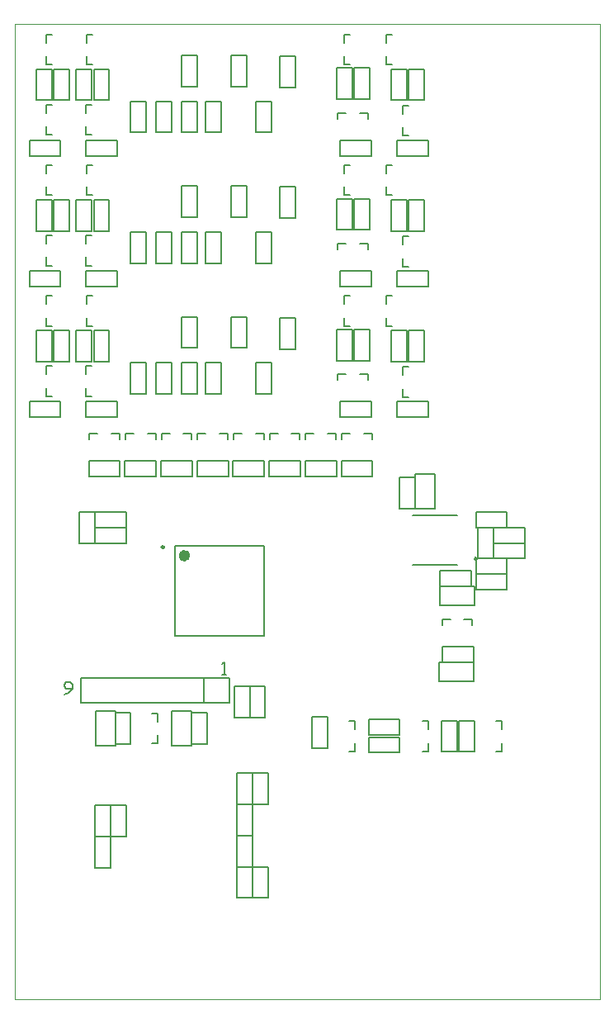
<source format=gto>
G04*
G04 #@! TF.GenerationSoftware,Altium Limited,Altium Designer,20.0.13 (296)*
G04*
G04 Layer_Color=65535*
%FSLAX24Y24*%
%MOIN*%
G70*
G01*
G75*
%ADD10C,0.0098*%
%ADD11C,0.0236*%
%ADD12C,0.0079*%
%ADD13C,0.0080*%
%ADD14C,0.0010*%
D10*
X6033Y18258D02*
G03*
X6033Y18258I-49J0D01*
G01*
X18661Y17785D02*
G03*
X18661Y17785I-49J0D01*
G01*
D11*
X6969Y17913D02*
G03*
X6969Y17913I-118J0D01*
G01*
D12*
X9488Y12441D02*
Y12638D01*
X8858D02*
X9488D01*
X8858Y12441D02*
Y12638D01*
X9488Y11378D02*
Y12441D01*
X8858Y11378D02*
Y12441D01*
Y11378D02*
X9488D01*
X10118Y12441D02*
Y12638D01*
X9488D02*
X10118D01*
X9488Y12441D02*
Y12638D01*
X10118Y11378D02*
Y12441D01*
X9488Y11378D02*
Y12441D01*
Y11378D02*
X10118D01*
X15354Y9961D02*
X15551D01*
Y10591D01*
X15354D02*
X15551D01*
X14291Y9961D02*
X15354D01*
X14291Y10591D02*
X15354D01*
X14291Y9961D02*
Y10591D01*
X15354Y10669D02*
X15551D01*
Y11299D01*
X15354D02*
X15551D01*
X14291Y10669D02*
X15354D01*
X14291Y11299D02*
X15354D01*
X14291Y10669D02*
Y11299D01*
X16457Y11240D02*
X16693D01*
Y10906D02*
Y11240D01*
X16457Y10020D02*
X16693D01*
Y10354D01*
X18583Y11063D02*
Y11260D01*
X17953D02*
X18583D01*
X17953Y11063D02*
Y11260D01*
X18583Y10000D02*
Y11063D01*
X17953Y10000D02*
Y11063D01*
Y10000D02*
X18583D01*
X12008Y10157D02*
Y10354D01*
Y10157D02*
X12638D01*
Y10354D01*
X12008D02*
Y11417D01*
X12638Y10354D02*
Y11417D01*
X12008D02*
X12638D01*
X19449Y11240D02*
X19685D01*
Y10906D02*
Y11240D01*
X19449Y10020D02*
X19685D01*
Y10354D01*
X13504Y11240D02*
X13740D01*
Y10906D02*
Y11240D01*
X13504Y10020D02*
X13740D01*
Y10354D01*
X17874Y11063D02*
Y11260D01*
X17244D02*
X17874D01*
X17244Y11063D02*
Y11260D01*
X17874Y10000D02*
Y11063D01*
X17244Y10000D02*
Y11063D01*
Y10000D02*
X17874D01*
X18622Y17165D02*
X18819D01*
X18622Y16535D02*
Y17165D01*
Y16535D02*
X18819D01*
Y17165D02*
X19882D01*
X18819Y16535D02*
X19882D01*
Y17165D01*
X17264Y15118D02*
Y15354D01*
X17598D01*
X18484Y15118D02*
Y15354D01*
X18150D02*
X18484D01*
X17165Y17323D02*
X17362D01*
X17165Y16693D02*
Y17323D01*
Y16693D02*
X17362D01*
Y17323D02*
X18425D01*
X17362Y16693D02*
X18425D01*
Y17323D01*
X17165Y15906D02*
Y16693D01*
Y15906D02*
X17441D01*
X17165Y16693D02*
X17441D01*
X18583D01*
X17441Y15906D02*
X18583D01*
Y16693D01*
X18346Y13622D02*
X18543D01*
Y14252D01*
X18346D02*
X18543D01*
X17283Y13622D02*
X18346D01*
X17283Y14252D02*
X18346D01*
X17283Y13622D02*
Y14252D01*
X18543Y12835D02*
Y13622D01*
X18268D02*
X18543D01*
X18268Y12835D02*
X18543D01*
X17126D02*
X18268D01*
X17126Y13622D02*
X18268D01*
X17126Y12835D02*
Y13622D01*
X866Y25748D02*
Y25945D01*
Y25748D02*
X1496D01*
Y25945D01*
X866D02*
Y27008D01*
X1496Y25945D02*
Y27008D01*
X866D02*
X1496D01*
X1575Y25748D02*
Y25945D01*
Y25748D02*
X2205D01*
Y25945D01*
X1575D02*
Y27008D01*
X2205Y25945D02*
Y27008D01*
X1575D02*
X2205D01*
X1260Y27185D02*
X1496D01*
X1260D02*
Y27520D01*
Y28406D02*
X1496D01*
X1260Y28071D02*
Y28406D01*
X1654Y23504D02*
X1850D01*
Y24134D01*
X1654D02*
X1850D01*
X591Y23504D02*
X1654D01*
X591Y24134D02*
X1654D01*
X591Y23504D02*
Y24134D01*
X1260Y24350D02*
X1496D01*
X1260D02*
Y24685D01*
Y25571D02*
X1496D01*
X1260Y25236D02*
Y25571D01*
X3189Y25748D02*
Y25945D01*
Y25748D02*
X3819D01*
Y25945D01*
X3189D02*
Y27008D01*
X3819Y25945D02*
Y27008D01*
X3189D02*
X3819D01*
X2480Y25748D02*
Y25945D01*
Y25748D02*
X3110D01*
Y25945D01*
X2480D02*
Y27008D01*
X3110Y25945D02*
Y27008D01*
X2480D02*
X3110D01*
X2913Y27185D02*
X3150D01*
X2913D02*
Y27520D01*
Y28406D02*
X3150D01*
X2913Y28071D02*
Y28406D01*
X2874Y24134D02*
X3071D01*
X2874Y23504D02*
Y24134D01*
Y23504D02*
X3071D01*
Y24134D02*
X4134D01*
X3071Y23504D02*
X4134D01*
Y24134D01*
X2874Y24350D02*
X3110D01*
X2874D02*
Y24685D01*
Y25571D02*
X3110D01*
X2874Y25236D02*
Y25571D01*
X6732Y26299D02*
Y26496D01*
Y26299D02*
X7362D01*
Y26496D01*
X6732D02*
Y27559D01*
X7362Y26496D02*
Y27559D01*
X6732D02*
X7362D01*
X8740Y26299D02*
Y26496D01*
Y26299D02*
X9370D01*
Y26496D01*
X8740D02*
Y27559D01*
X9370Y26496D02*
Y27559D01*
X8740D02*
X9370D01*
X10709Y26260D02*
Y26457D01*
Y26260D02*
X11339D01*
Y26457D01*
X10709D02*
Y27520D01*
X11339Y26457D02*
Y27520D01*
X10709D02*
X11339D01*
X10354Y25512D02*
Y25709D01*
X9724D02*
X10354D01*
X9724Y25512D02*
Y25709D01*
X10354Y24449D02*
Y25512D01*
X9724Y24449D02*
Y25512D01*
Y24449D02*
X10354D01*
X15906Y25748D02*
Y25945D01*
Y25748D02*
X16535D01*
Y25945D01*
X15906D02*
Y27008D01*
X16535Y25945D02*
Y27008D01*
X15906D02*
X16535D01*
X8346Y25512D02*
Y25709D01*
X7717D02*
X8346D01*
X7717Y25512D02*
Y25709D01*
X8346Y24449D02*
Y25512D01*
X7717Y24449D02*
Y25512D01*
Y24449D02*
X8346D01*
X7362Y25512D02*
Y25709D01*
X6732D02*
X7362D01*
X6732Y25512D02*
Y25709D01*
X7362Y24449D02*
Y25512D01*
X6732Y24449D02*
Y25512D01*
Y24449D02*
X7362D01*
X6339Y25512D02*
Y25709D01*
X5709D02*
X6339D01*
X5709Y25512D02*
Y25709D01*
X6339Y24449D02*
Y25512D01*
X5709Y24449D02*
Y25512D01*
Y24449D02*
X6339D01*
X15197Y25748D02*
Y25945D01*
Y25748D02*
X15827D01*
Y25945D01*
X15197D02*
Y27008D01*
X15827Y25945D02*
Y27008D01*
X15197D02*
X15827D01*
X5315Y25512D02*
Y25709D01*
X4685D02*
X5315D01*
X4685Y25512D02*
Y25709D01*
X5315Y24449D02*
Y25512D01*
X4685Y24449D02*
Y25512D01*
Y24449D02*
X5315D01*
X15000Y27185D02*
X15236D01*
X15000D02*
Y27520D01*
Y28406D02*
X15236D01*
X15000Y28071D02*
Y28406D01*
X15433Y24134D02*
X15630D01*
X15433Y23504D02*
Y24134D01*
Y23504D02*
X15630D01*
Y24134D02*
X16693D01*
X15630Y23504D02*
X16693D01*
Y24134D01*
X15669Y24311D02*
X15906D01*
X15669D02*
Y24646D01*
Y25531D02*
X15906D01*
X15669Y25197D02*
Y25531D01*
X12992Y25787D02*
Y25984D01*
Y25787D02*
X13622D01*
Y25984D01*
X12992D02*
Y27047D01*
X13622Y25984D02*
Y27047D01*
X12992D02*
X13622D01*
X13701Y25787D02*
Y25984D01*
Y25787D02*
X14331D01*
Y25984D01*
X13701D02*
Y27047D01*
X14331Y25984D02*
Y27047D01*
X13701D02*
X14331D01*
X13307Y27185D02*
X13543D01*
X13307D02*
Y27520D01*
Y28406D02*
X13543D01*
X13307Y28071D02*
Y28406D01*
X14213Y23504D02*
X14409D01*
Y24134D01*
X14213D02*
X14409D01*
X13150Y23504D02*
X14213D01*
X13150Y24134D02*
X14213D01*
X13150Y23504D02*
Y24134D01*
X13051Y25000D02*
Y25236D01*
X13386D01*
X14272Y25000D02*
Y25236D01*
X13937D02*
X14272D01*
X866Y31024D02*
Y31220D01*
Y31024D02*
X1496D01*
Y31220D01*
X866D02*
Y32283D01*
X1496Y31220D02*
Y32283D01*
X866D02*
X1496D01*
X1575Y31024D02*
Y31220D01*
Y31024D02*
X2205D01*
Y31220D01*
X1575D02*
Y32283D01*
X2205Y31220D02*
Y32283D01*
X1575D02*
X2205D01*
X1260Y32461D02*
X1496D01*
X1260D02*
Y32795D01*
Y33681D02*
X1496D01*
X1260Y33346D02*
Y33681D01*
X1654Y28780D02*
X1850D01*
Y29409D01*
X1654D02*
X1850D01*
X591Y28780D02*
X1654D01*
X591Y29409D02*
X1654D01*
X591Y28780D02*
Y29409D01*
X1260Y29626D02*
X1496D01*
X1260D02*
Y29961D01*
Y30846D02*
X1496D01*
X1260Y30512D02*
Y30846D01*
X3189Y31024D02*
Y31220D01*
Y31024D02*
X3819D01*
Y31220D01*
X3189D02*
Y32283D01*
X3819Y31220D02*
Y32283D01*
X3189D02*
X3819D01*
X2480Y31024D02*
Y31220D01*
Y31024D02*
X3110D01*
Y31220D01*
X2480D02*
Y32283D01*
X3110Y31220D02*
Y32283D01*
X2480D02*
X3110D01*
X2913Y32461D02*
X3150D01*
X2913D02*
Y32795D01*
Y33681D02*
X3150D01*
X2913Y33346D02*
Y33681D01*
X2874Y29409D02*
X3071D01*
X2874Y28780D02*
Y29409D01*
Y28780D02*
X3071D01*
Y29409D02*
X4134D01*
X3071Y28780D02*
X4134D01*
Y29409D01*
X2874Y29626D02*
X3110D01*
X2874D02*
Y29961D01*
Y30846D02*
X3110D01*
X2874Y30512D02*
Y30846D01*
X6732Y31575D02*
Y31772D01*
Y31575D02*
X7362D01*
Y31772D01*
X6732D02*
Y32835D01*
X7362Y31772D02*
Y32835D01*
X6732D02*
X7362D01*
X8740Y31575D02*
Y31772D01*
Y31575D02*
X9370D01*
Y31772D01*
X8740D02*
Y32835D01*
X9370Y31772D02*
Y32835D01*
X8740D02*
X9370D01*
X10709Y31535D02*
Y31732D01*
Y31535D02*
X11339D01*
Y31732D01*
X10709D02*
Y32795D01*
X11339Y31732D02*
Y32795D01*
X10709D02*
X11339D01*
X10354Y30787D02*
Y30984D01*
X9724D02*
X10354D01*
X9724Y30787D02*
Y30984D01*
X10354Y29724D02*
Y30787D01*
X9724Y29724D02*
Y30787D01*
Y29724D02*
X10354D01*
X15906Y31024D02*
Y31220D01*
Y31024D02*
X16535D01*
Y31220D01*
X15906D02*
Y32283D01*
X16535Y31220D02*
Y32283D01*
X15906D02*
X16535D01*
X8346Y30787D02*
Y30984D01*
X7717D02*
X8346D01*
X7717Y30787D02*
Y30984D01*
X8346Y29724D02*
Y30787D01*
X7717Y29724D02*
Y30787D01*
Y29724D02*
X8346D01*
X7362Y30787D02*
Y30984D01*
X6732D02*
X7362D01*
X6732Y30787D02*
Y30984D01*
X7362Y29724D02*
Y30787D01*
X6732Y29724D02*
Y30787D01*
Y29724D02*
X7362D01*
X6339Y30787D02*
Y30984D01*
X5709D02*
X6339D01*
X5709Y30787D02*
Y30984D01*
X6339Y29724D02*
Y30787D01*
X5709Y29724D02*
Y30787D01*
Y29724D02*
X6339D01*
X15197Y31024D02*
Y31220D01*
Y31024D02*
X15827D01*
Y31220D01*
X15197D02*
Y32283D01*
X15827Y31220D02*
Y32283D01*
X15197D02*
X15827D01*
X5315Y30787D02*
Y30984D01*
X4685D02*
X5315D01*
X4685Y30787D02*
Y30984D01*
X5315Y29724D02*
Y30787D01*
X4685Y29724D02*
Y30787D01*
Y29724D02*
X5315D01*
X15000Y32461D02*
X15236D01*
X15000D02*
Y32795D01*
Y33681D02*
X15236D01*
X15000Y33346D02*
Y33681D01*
X15433Y29409D02*
X15630D01*
X15433Y28780D02*
Y29409D01*
Y28780D02*
X15630D01*
Y29409D02*
X16693D01*
X15630Y28780D02*
X16693D01*
Y29409D01*
X15669Y29587D02*
X15906D01*
X15669D02*
Y29921D01*
Y30807D02*
X15906D01*
X15669Y30472D02*
Y30807D01*
X12992Y31063D02*
Y31260D01*
Y31063D02*
X13622D01*
Y31260D01*
X12992D02*
Y32323D01*
X13622Y31260D02*
Y32323D01*
X12992D02*
X13622D01*
X13701Y31063D02*
Y31260D01*
Y31063D02*
X14331D01*
Y31260D01*
X13701D02*
Y32323D01*
X14331Y31260D02*
Y32323D01*
X13701D02*
X14331D01*
X13307Y32461D02*
X13543D01*
X13307D02*
Y32795D01*
Y33681D02*
X13543D01*
X13307Y33346D02*
Y33681D01*
X14213Y28780D02*
X14409D01*
Y29409D01*
X14213D02*
X14409D01*
X13150Y28780D02*
X14213D01*
X13150Y29409D02*
X14213D01*
X13150Y28780D02*
Y29409D01*
X13051Y30276D02*
Y30512D01*
X13386D01*
X14272Y30276D02*
Y30512D01*
X13937D02*
X14272D01*
X866Y36299D02*
Y36496D01*
Y36299D02*
X1496D01*
Y36496D01*
X866D02*
Y37559D01*
X1496Y36496D02*
Y37559D01*
X866D02*
X1496D01*
X1575Y36299D02*
Y36496D01*
Y36299D02*
X2205D01*
Y36496D01*
X1575D02*
Y37559D01*
X2205Y36496D02*
Y37559D01*
X1575D02*
X2205D01*
X1260Y37736D02*
X1496D01*
X1260D02*
Y38071D01*
Y38957D02*
X1496D01*
X1260Y38622D02*
Y38957D01*
X1654Y34055D02*
X1850D01*
Y34685D01*
X1654D02*
X1850D01*
X591Y34055D02*
X1654D01*
X591Y34685D02*
X1654D01*
X591Y34055D02*
Y34685D01*
X1260Y34902D02*
X1496D01*
X1260D02*
Y35236D01*
Y36122D02*
X1496D01*
X1260Y35787D02*
Y36122D01*
X3189Y36299D02*
Y36496D01*
Y36299D02*
X3819D01*
Y36496D01*
X3189D02*
Y37559D01*
X3819Y36496D02*
Y37559D01*
X3189D02*
X3819D01*
X2480Y36299D02*
Y36496D01*
Y36299D02*
X3110D01*
Y36496D01*
X2480D02*
Y37559D01*
X3110Y36496D02*
Y37559D01*
X2480D02*
X3110D01*
X2913Y37736D02*
X3150D01*
X2913D02*
Y38071D01*
Y38957D02*
X3150D01*
X2913Y38622D02*
Y38957D01*
X2874Y34685D02*
X3071D01*
X2874Y34055D02*
Y34685D01*
Y34055D02*
X3071D01*
Y34685D02*
X4134D01*
X3071Y34055D02*
X4134D01*
Y34685D01*
X2874Y34902D02*
X3110D01*
X2874D02*
Y35236D01*
Y36122D02*
X3110D01*
X2874Y35787D02*
Y36122D01*
X6732Y36850D02*
Y37047D01*
Y36850D02*
X7362D01*
Y37047D01*
X6732D02*
Y38110D01*
X7362Y37047D02*
Y38110D01*
X6732D02*
X7362D01*
X8740Y36850D02*
Y37047D01*
Y36850D02*
X9370D01*
Y37047D01*
X8740D02*
Y38110D01*
X9370Y37047D02*
Y38110D01*
X8740D02*
X9370D01*
X10709Y36811D02*
Y37008D01*
Y36811D02*
X11339D01*
Y37008D01*
X10709D02*
Y38071D01*
X11339Y37008D02*
Y38071D01*
X10709D02*
X11339D01*
X10354Y36063D02*
Y36260D01*
X9724D02*
X10354D01*
X9724Y36063D02*
Y36260D01*
X10354Y35000D02*
Y36063D01*
X9724Y35000D02*
Y36063D01*
Y35000D02*
X10354D01*
X15906Y36299D02*
Y36496D01*
Y36299D02*
X16535D01*
Y36496D01*
X15906D02*
Y37559D01*
X16535Y36496D02*
Y37559D01*
X15906D02*
X16535D01*
X8346Y36063D02*
Y36260D01*
X7717D02*
X8346D01*
X7717Y36063D02*
Y36260D01*
X8346Y35000D02*
Y36063D01*
X7717Y35000D02*
Y36063D01*
Y35000D02*
X8346D01*
X7362Y36063D02*
Y36260D01*
X6732D02*
X7362D01*
X6732Y36063D02*
Y36260D01*
X7362Y35000D02*
Y36063D01*
X6732Y35000D02*
Y36063D01*
Y35000D02*
X7362D01*
X6339Y36063D02*
Y36260D01*
X5709D02*
X6339D01*
X5709Y36063D02*
Y36260D01*
X6339Y35000D02*
Y36063D01*
X5709Y35000D02*
Y36063D01*
Y35000D02*
X6339D01*
X15197Y36299D02*
Y36496D01*
Y36299D02*
X15827D01*
Y36496D01*
X15197D02*
Y37559D01*
X15827Y36496D02*
Y37559D01*
X15197D02*
X15827D01*
X5315Y36063D02*
Y36260D01*
X4685D02*
X5315D01*
X4685Y36063D02*
Y36260D01*
X5315Y35000D02*
Y36063D01*
X4685Y35000D02*
Y36063D01*
Y35000D02*
X5315D01*
X15000Y37736D02*
X15236D01*
X15000D02*
Y38071D01*
Y38957D02*
X15236D01*
X15000Y38622D02*
Y38957D01*
X15433Y34685D02*
X15630D01*
X15433Y34055D02*
Y34685D01*
Y34055D02*
X15630D01*
Y34685D02*
X16693D01*
X15630Y34055D02*
X16693D01*
Y34685D01*
X15669Y34862D02*
X15906D01*
X15669D02*
Y35197D01*
Y36083D02*
X15906D01*
X15669Y35748D02*
Y36083D01*
X12992Y36339D02*
Y36535D01*
Y36339D02*
X13622D01*
Y36535D01*
X12992D02*
Y37598D01*
X13622Y36535D02*
Y37598D01*
X12992D02*
X13622D01*
X13701Y36339D02*
Y36535D01*
Y36339D02*
X14331D01*
Y36535D01*
X13701D02*
Y37598D01*
X14331Y36535D02*
Y37598D01*
X13701D02*
X14331D01*
X13307Y37736D02*
X13543D01*
X13307D02*
Y38071D01*
Y38957D02*
X13543D01*
X13307Y38622D02*
Y38957D01*
X14213Y34055D02*
X14409D01*
Y34685D01*
X14213D02*
X14409D01*
X13150Y34055D02*
X14213D01*
X13150Y34685D02*
X14213D01*
X13150Y34055D02*
Y34685D01*
X13051Y35551D02*
Y35787D01*
X13386D01*
X14272Y35551D02*
Y35787D01*
X13937D02*
X14272D01*
X6457Y14685D02*
Y18307D01*
X10079Y14685D02*
Y18307D01*
X6457D02*
X10079D01*
X6457Y14685D02*
X10079D01*
X17854Y17539D02*
Y17559D01*
Y19528D02*
Y19547D01*
X16083D02*
X17854D01*
X16083Y17539D02*
Y17559D01*
Y19528D02*
Y19547D01*
Y17539D02*
X17854D01*
X19685Y17165D02*
X19882D01*
Y17795D01*
X19685D02*
X19882D01*
X18622Y17165D02*
X19685D01*
X18622Y17795D02*
X19685D01*
X18622Y17165D02*
Y17795D01*
X8425Y21102D02*
X8622D01*
Y21732D01*
X8425D02*
X8622D01*
X7362Y21102D02*
X8425D01*
X7362Y21732D02*
X8425D01*
X7362Y21102D02*
Y21732D01*
X19331Y18425D02*
X19528D01*
X19331Y17795D02*
Y18425D01*
Y17795D02*
X19528D01*
Y18425D02*
X20591D01*
X19528Y17795D02*
X20591D01*
Y18425D01*
X7382Y22598D02*
Y22835D01*
X7717D01*
X8602Y22598D02*
Y22835D01*
X8268D02*
X8602D01*
X18701Y17795D02*
Y17992D01*
Y17795D02*
X19331D01*
Y17992D01*
X18701D02*
Y19055D01*
X19331Y17992D02*
Y19055D01*
X18701D02*
X19331D01*
X19528D01*
X19331Y18425D02*
Y19055D01*
Y18425D02*
X19528D01*
Y19055D02*
X20591D01*
X19528Y18425D02*
X20591D01*
Y19055D01*
X16181Y19803D02*
X16968D01*
Y20079D01*
X16181Y19803D02*
Y20079D01*
Y21220D01*
X16968Y20079D02*
Y21220D01*
X16181D02*
X16968D01*
X15551Y19803D02*
Y20000D01*
Y19803D02*
X16181D01*
Y20000D01*
X15551D02*
Y21063D01*
X16181Y20000D02*
Y21063D01*
X15551D02*
X16181D01*
X18622Y19685D02*
X18819D01*
X18622Y19055D02*
Y19685D01*
Y19055D02*
X18819D01*
Y19685D02*
X19882D01*
X18819Y19055D02*
X19882D01*
Y19685D01*
X4055Y21102D02*
X4252D01*
Y21732D01*
X4055D02*
X4252D01*
X2992Y21102D02*
X4055D01*
X2992Y21732D02*
X4055D01*
X2992Y21102D02*
Y21732D01*
X3012Y22598D02*
Y22835D01*
X3346D01*
X4232Y22598D02*
Y22835D01*
X3898D02*
X4232D01*
X9882Y21102D02*
X10079D01*
Y21732D01*
X9882D02*
X10079D01*
X8819Y21102D02*
X9882D01*
X8819Y21732D02*
X9882D01*
X8819Y21102D02*
Y21732D01*
X8839Y22598D02*
Y22835D01*
X9173D01*
X10059Y22598D02*
Y22835D01*
X9724D02*
X10059D01*
X14252Y21102D02*
X14449D01*
Y21732D01*
X14252D02*
X14449D01*
X13189Y21102D02*
X14252D01*
X13189Y21732D02*
X14252D01*
X13189Y21102D02*
Y21732D01*
X6969Y21102D02*
X7165D01*
Y21732D01*
X6969D02*
X7165D01*
X5906Y21102D02*
X6969D01*
X5906Y21732D02*
X6969D01*
X5906Y21102D02*
Y21732D01*
X13209Y22598D02*
Y22835D01*
X13543D01*
X14429Y22598D02*
Y22835D01*
X14094D02*
X14429D01*
X5925Y22598D02*
Y22835D01*
X6260D01*
X7146Y22598D02*
Y22835D01*
X6811D02*
X7146D01*
X12795Y21102D02*
X12992D01*
Y21732D01*
X12795D02*
X12992D01*
X11732Y21102D02*
X12795D01*
X11732Y21732D02*
X12795D01*
X11732Y21102D02*
Y21732D01*
X11339Y21102D02*
X11535D01*
Y21732D01*
X11339D02*
X11535D01*
X10276Y21102D02*
X11339D01*
X10276Y21732D02*
X11339D01*
X10276Y21102D02*
Y21732D01*
X11752Y22598D02*
Y22835D01*
X12087D01*
X12972Y22598D02*
Y22835D01*
X12638D02*
X12972D01*
X10295Y22598D02*
Y22835D01*
X10630D01*
X11516Y22598D02*
Y22835D01*
X11181D02*
X11516D01*
X5512Y21102D02*
X5709D01*
Y21732D01*
X5512D02*
X5709D01*
X4449Y21102D02*
X5512D01*
X4449Y21732D02*
X5512D01*
X4449Y21102D02*
Y21732D01*
X4469Y22598D02*
Y22835D01*
X4803D01*
X5689Y22598D02*
Y22835D01*
X5354D02*
X5689D01*
X3228Y19685D02*
X3425D01*
X3228Y19055D02*
Y19685D01*
Y19055D02*
X3425D01*
Y19685D02*
X4488D01*
X3425Y19055D02*
X4488D01*
Y19685D01*
X2598Y18425D02*
Y18622D01*
Y18425D02*
X3228D01*
Y18622D01*
X2598D02*
Y19685D01*
X3228Y18622D02*
Y19685D01*
X2598D02*
X3228D01*
X4488Y7638D02*
Y7835D01*
X3858D02*
X4488D01*
X3858Y7638D02*
Y7835D01*
X4488Y6575D02*
Y7638D01*
X3858Y6575D02*
Y7638D01*
Y6575D02*
X4488D01*
X10236Y8937D02*
Y9134D01*
X9606D02*
X10236D01*
X9606Y8937D02*
Y9134D01*
X10236Y7874D02*
Y8937D01*
X9606Y7874D02*
Y8937D01*
Y7874D02*
X10236D01*
X3228Y19055D02*
X3425D01*
X3228Y18425D02*
Y19055D01*
Y18425D02*
X3425D01*
Y19055D02*
X4488D01*
X3425Y18425D02*
X4488D01*
Y19055D01*
X3228Y6575D02*
Y6772D01*
Y6575D02*
X3858D01*
Y6772D01*
X3228D02*
Y7835D01*
X3858Y6772D02*
Y7835D01*
X3228D02*
X3858D01*
X9606Y8937D02*
Y9134D01*
X8976D02*
X9606D01*
X8976Y8937D02*
Y9134D01*
X9606Y7874D02*
Y8937D01*
X8976Y7874D02*
Y8937D01*
Y7874D02*
X9606D01*
X3858Y6378D02*
Y6575D01*
X3228D02*
X3858D01*
X3228Y6378D02*
Y6575D01*
X3858Y5315D02*
Y6378D01*
X3228Y5315D02*
Y6378D01*
Y5315D02*
X3858D01*
X9606Y7677D02*
Y7874D01*
X8976D02*
X9606D01*
X8976Y7677D02*
Y7874D01*
X9606Y6614D02*
Y7677D01*
X8976Y6614D02*
Y7677D01*
Y6614D02*
X9606D01*
Y6417D02*
Y6614D01*
X8976D02*
X9606D01*
X8976Y6417D02*
Y6614D01*
X9606Y5354D02*
Y6417D01*
X8976Y5354D02*
Y6417D01*
Y5354D02*
X9606D01*
X5551Y11555D02*
X5787D01*
Y11220D02*
Y11555D01*
X5551Y10335D02*
X5787D01*
Y10669D01*
X8976Y4094D02*
Y4291D01*
Y4094D02*
X9606D01*
Y4291D01*
X8976D02*
Y5354D01*
X9606Y4291D02*
Y5354D01*
X8976D02*
X9606D01*
X7756Y11378D02*
Y11575D01*
X7126D02*
X7756D01*
X7126Y11378D02*
Y11575D01*
X7756Y10315D02*
Y11378D01*
X7126Y10315D02*
Y11378D01*
Y10315D02*
X7756D01*
X6339Y11654D02*
X7126D01*
X6339Y11378D02*
Y11654D01*
X7126Y11378D02*
Y11654D01*
Y10236D02*
Y11378D01*
X6339Y10236D02*
Y11378D01*
Y10236D02*
X7126D01*
X4055Y10315D02*
Y10512D01*
Y10315D02*
X4685D01*
Y10512D01*
X4055D02*
Y11575D01*
X4685Y10512D02*
Y11575D01*
X4055D02*
X4685D01*
X3268Y10236D02*
X4055D01*
Y10512D01*
X3268Y10236D02*
Y10512D01*
Y11654D01*
X4055Y10512D02*
Y11654D01*
X3268D02*
X4055D01*
X10236Y5157D02*
Y5354D01*
X9606D02*
X10236D01*
X9606Y5157D02*
Y5354D01*
X10236Y4094D02*
Y5157D01*
X9606Y4094D02*
Y5157D01*
Y4094D02*
X10236D01*
X2657Y11980D02*
Y12980D01*
X8657Y11980D02*
Y12980D01*
X2657Y11980D02*
X8657D01*
X2657Y12980D02*
X8657D01*
X7646Y11980D02*
Y12980D01*
D13*
X8386Y13110D02*
X8552D01*
X8469D01*
Y13610D01*
X8386Y13527D01*
X1990Y12295D02*
X2156Y12379D01*
X2323Y12545D01*
Y12712D01*
X2240Y12795D01*
X2073D01*
X1990Y12712D01*
Y12629D01*
X2073Y12545D01*
X2323D01*
D14*
X0Y0D02*
Y39370D01*
X23622D01*
X23622Y0D01*
X0D02*
X23622D01*
M02*

</source>
